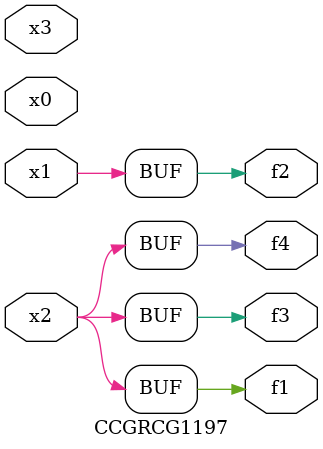
<source format=v>
module CCGRCG1197(
	input x0, x1, x2, x3,
	output f1, f2, f3, f4
);
	assign f1 = x2;
	assign f2 = x1;
	assign f3 = x2;
	assign f4 = x2;
endmodule

</source>
